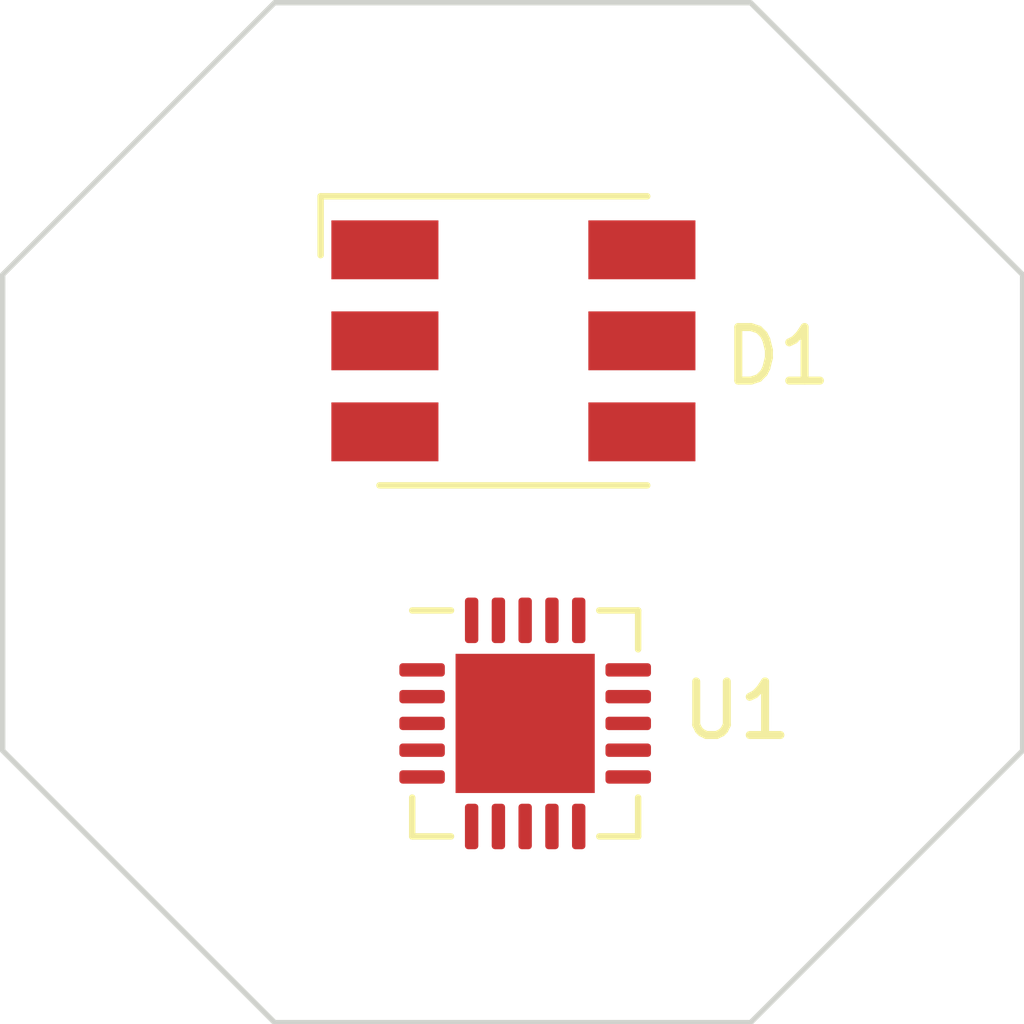
<source format=kicad_pcb>
(kicad_pcb (version 20221018) (generator pcbnew)
  (layers (0 "F.Cu" signal) (31 "B.Cu" signal) (34 "B.Paste" user) (35 "F.Paste" user) (36 "B.SilkS" user "B.Silkscreen") (37 "F.SilkS" user "F.Silkscreen") (38 "B.Mask" user) (39 "F.Mask" user) (44 "Edge.Cuts" user))
  (net 0 "")
  (net 18 "DO")
  (net 19 "CLK")
  (net 20 "GND")
  (net 21 "+3V3")
  (net 22 "~{RST}")
  (footprint "Package_DFN_QFN:QFN-20-1EP_4x4mm_P0.5mm_EP2.6x2.6mm" (layer "F.Cu") (at 142.347 87.122)
    (fp_text reference "U1" (at 3.957 -0.238) (layer "F.SilkS"))
    (fp_text value "ATtiny85V-10M")
    (fp_line (start -2.11 2.11) (end -2.11 1.385) (stroke (width 0.12)) (layer "F.SilkS"))
    (fp_line (start -1.385 -2.11) (end -2.11 -2.11) (stroke (width 0.12)) (layer "F.SilkS"))
    (fp_line (start -1.385 2.11) (end -2.11 2.11) (stroke (width 0.12)) (layer "F.SilkS"))
    (fp_line (start 1.385 -2.11) (end 2.11 -2.11) (stroke (width 0.12)) (layer "F.SilkS"))
    (fp_line (start 1.385 2.11) (end 2.11 2.11) (stroke (width 0.12)) (layer "F.SilkS"))
    (fp_line (start 2.11 -2.11) (end 2.11 -1.385) (stroke (width 0.12)) (layer "F.SilkS"))
    (fp_line (start 2.11 2.11) (end 2.11 1.385) (stroke (width 0.12)) (layer "F.SilkS"))
    (pad "1" smd roundrect (at -1.925 -1) (size 0.85 0.25) (layers "F.Cu" "F.Paste" "F.Mask") (net 22 "~{RST}"))
    (pad "2" smd roundrect (at -1.925 -0.5) (size 0.85 0.25) (layers "F.Cu" "F.Paste" "F.Mask") (net 18 "DO"))
    (pad "3" smd roundrect (at -1.925 0) (size 0.85 0.25) (layers "F.Cu" "F.Paste" "F.Mask"))
    (pad "4" smd roundrect (at -1.925 0.5) (size 0.85 0.25) (layers "F.Cu" "F.Paste" "F.Mask"))
    (pad "5" smd roundrect (at -1.925 1) (size 0.85 0.25) (layers "F.Cu" "F.Paste" "F.Mask") (net 19 "CLK"))
    (pad "6" smd roundrect (at -1 1.925) (size 0.25 0.85) (layers "F.Cu" "F.Paste" "F.Mask"))
    (pad "7" smd roundrect (at -0.5 1.925) (size 0.25 0.85) (layers "F.Cu" "F.Paste" "F.Mask"))
    (pad "8" smd roundrect (at 0 1.925) (size 0.25 0.85) (layers "F.Cu" "F.Paste" "F.Mask") (net 20 "GND"))
    (pad "9" smd roundrect (at 0.5 1.925) (size 0.25 0.85) (layers "F.Cu" "F.Paste" "F.Mask"))
    (pad "10" smd roundrect (at 1 1.925) (size 0.25 0.85) (layers "F.Cu" "F.Paste" "F.Mask"))
    (pad "11" smd roundrect (at 1.925 1) (size 0.85 0.25) (layers "F.Cu" "F.Paste" "F.Mask"))
    (pad "12" smd roundrect (at 1.925 0.5) (size 0.85 0.25) (layers "F.Cu" "F.Paste" "F.Mask"))
    (pad "13" smd roundrect (at 1.925 0) (size 0.85 0.25) (layers "F.Cu" "F.Paste" "F.Mask"))
    (pad "14" smd roundrect (at 1.925 -0.5) (size 0.85 0.25) (layers "F.Cu" "F.Paste" "F.Mask"))
    (pad "15" smd roundrect (at 1.925 -1) (size 0.85 0.25) (layers "F.Cu" "F.Paste" "F.Mask") (net 21 "+3V3"))
    (pad "16" smd roundrect (at 1 -1.925) (size 0.25 0.85) (layers "F.Cu" "F.Paste" "F.Mask"))
    (pad "17" smd roundrect (at 0.5 -1.925) (size 0.25 0.85) (layers "F.Cu" "F.Paste" "F.Mask"))
    (pad "18" smd roundrect (at 0 -1.925) (size 0.25 0.85) (layers "F.Cu" "F.Paste" "F.Mask"))
    (pad "19" smd roundrect (at -0.5 -1.925) (size 0.25 0.85) (layers "F.Cu" "F.Paste" "F.Mask"))
    (pad "20" smd roundrect (at -1 -1.925) (size 0.25 0.85) (layers "F.Cu" "F.Paste" "F.Mask"))
    (pad "21" smd rect (at 0 0) (size 2.6 2.6) (layers "F.Cu" "F.Mask") (net 20 "GND"))
  )
  (footprint "LED_SMD:LED_RGB_5050-6" (layer "F.Cu") (at 142.127 79.976)
    (fp_text reference "D1" (at 4.939 0.288 180) (layer "F.SilkS"))
    (fp_text value "APA102")
    (fp_line (start -3.6 -2.7) (end 2.5 -2.7) (stroke (width 0.12)) (layer "F.SilkS"))
    (fp_line (start -3.6 -1.6) (end -3.6 -2.7) (stroke (width 0.12)) (layer "F.SilkS"))
    (fp_line (start 2.5 2.7) (end -2.5 2.7) (stroke (width 0.12)) (layer "F.SilkS"))
    (pad "1" smd rect (at -2.4 -1.7 90) (size 1.1 2) (layers "F.Cu" "F.Paste" "F.Mask") (net 18 "DO"))
    (pad "2" smd rect (at -2.4 0 90) (size 1.1 2) (layers "F.Cu" "F.Paste" "F.Mask") (net 19 "CLK"))
    (pad "3" smd rect (at -2.4 1.7 90) (size 1.1 2) (layers "F.Cu" "F.Paste" "F.Mask") (net 20 "GND"))
    (pad "4" smd rect (at 2.4 1.7 90) (size 1.1 2) (layers "F.Cu" "F.Paste" "F.Mask") (net 21 "+3V3"))
    (pad "5" smd rect (at 2.4 0 90) (size 1.1 2) (layers "F.Cu" "F.Paste" "F.Mask"))
    (pad "6" smd rect (at 2.4 -1.7 90) (size 1.1 2) (layers "F.Cu" "F.Paste" "F.Mask"))
  )
  (gr_poly (pts (xy 151.638 78.74) (xy 151.638 87.63) (xy 146.558 92.71) (xy 137.668 92.71) (xy 132.588 87.63) (xy 132.588 78.74) (xy 137.668 73.66) (xy 146.558 73.66)) (stroke (width 0.1)) (fill none) (layer "Edge.Cuts"))
)
</source>
